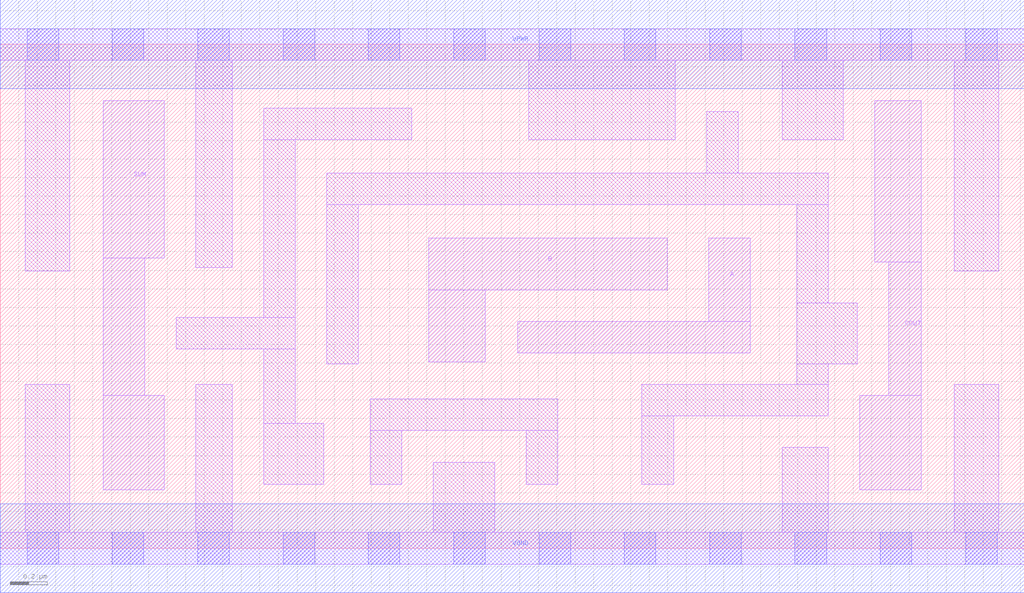
<source format=lef>
# Copyright 2020 The SkyWater PDK Authors
#
# Licensed under the Apache License, Version 2.0 (the "License");
# you may not use this file except in compliance with the License.
# You may obtain a copy of the License at
#
#     https://www.apache.org/licenses/LICENSE-2.0
#
# Unless required by applicable law or agreed to in writing, software
# distributed under the License is distributed on an "AS IS" BASIS,
# WITHOUT WARRANTIES OR CONDITIONS OF ANY KIND, either express or implied.
# See the License for the specific language governing permissions and
# limitations under the License.
#
# SPDX-License-Identifier: Apache-2.0

VERSION 5.7 ;
  NAMESCASESENSITIVE ON ;
  NOWIREEXTENSIONATPIN ON ;
  DIVIDERCHAR "/" ;
  BUSBITCHARS "[]" ;
UNITS
  DATABASE MICRONS 200 ;
END UNITS
MACRO sky130_fd_sc_hd__ha_2
  CLASS CORE ;
  SOURCE USER ;
  FOREIGN sky130_fd_sc_hd__ha_2 ;
  ORIGIN  0.000000  0.000000 ;
  SIZE  5.520000 BY  2.720000 ;
  SYMMETRY X Y R90 ;
  SITE unithd ;
  PIN A
    ANTENNAGATEAREA  0.318000 ;
    DIRECTION INPUT ;
    USE SIGNAL ;
    PORT
      LAYER li1 ;
        RECT 2.790000 1.055000 4.045000 1.225000 ;
        RECT 3.820000 1.225000 4.045000 1.675000 ;
    END
  END A
  PIN B
    ANTENNAGATEAREA  0.318000 ;
    DIRECTION INPUT ;
    USE SIGNAL ;
    PORT
      LAYER li1 ;
        RECT 2.310000 1.005000 2.615000 1.395000 ;
        RECT 2.310000 1.395000 3.595000 1.675000 ;
    END
  END B
  PIN COUT
    ANTENNADIFFAREA  0.511500 ;
    DIRECTION OUTPUT ;
    USE SIGNAL ;
    PORT
      LAYER li1 ;
        RECT 4.635000 0.315000 4.965000 0.825000 ;
        RECT 4.715000 1.545000 4.965000 2.415000 ;
        RECT 4.790000 0.825000 4.965000 1.545000 ;
    END
  END COUT
  PIN SUM
    ANTENNADIFFAREA  0.511500 ;
    DIRECTION OUTPUT ;
    USE SIGNAL ;
    PORT
      LAYER li1 ;
        RECT 0.555000 0.315000 0.885000 0.825000 ;
        RECT 0.555000 0.825000 0.780000 1.565000 ;
        RECT 0.555000 1.565000 0.885000 2.415000 ;
    END
  END SUM
  PIN VGND
    DIRECTION INOUT ;
    SHAPE ABUTMENT ;
    USE GROUND ;
    PORT
      LAYER met1 ;
        RECT 0.000000 -0.240000 5.520000 0.240000 ;
    END
  END VGND
  PIN VPWR
    DIRECTION INOUT ;
    SHAPE ABUTMENT ;
    USE POWER ;
    PORT
      LAYER met1 ;
        RECT 0.000000 2.480000 5.520000 2.960000 ;
    END
  END VPWR
  OBS
    LAYER li1 ;
      RECT 0.000000 -0.085000 5.520000 0.085000 ;
      RECT 0.000000  2.635000 5.520000 2.805000 ;
      RECT 0.135000  0.085000 0.375000 0.885000 ;
      RECT 0.135000  1.495000 0.375000 2.635000 ;
      RECT 0.950000  1.075000 1.590000 1.245000 ;
      RECT 1.055000  0.085000 1.250000 0.885000 ;
      RECT 1.055000  1.515000 1.250000 2.635000 ;
      RECT 1.420000  0.345000 1.745000 0.675000 ;
      RECT 1.420000  0.675000 1.590000 1.075000 ;
      RECT 1.420000  1.245000 1.590000 2.205000 ;
      RECT 1.420000  2.205000 2.220000 2.375000 ;
      RECT 1.760000  0.995000 1.930000 1.855000 ;
      RECT 1.760000  1.855000 4.465000 2.025000 ;
      RECT 1.995000  0.345000 2.165000 0.635000 ;
      RECT 1.995000  0.635000 3.005000 0.805000 ;
      RECT 2.335000  0.085000 2.665000 0.465000 ;
      RECT 2.835000  0.345000 3.005000 0.635000 ;
      RECT 2.850000  2.205000 3.640000 2.635000 ;
      RECT 3.460000  0.345000 3.630000 0.715000 ;
      RECT 3.460000  0.715000 4.465000 0.885000 ;
      RECT 3.810000  2.025000 3.980000 2.355000 ;
      RECT 4.215000  0.085000 4.465000 0.545000 ;
      RECT 4.215000  2.205000 4.545000 2.635000 ;
      RECT 4.295000  0.885000 4.465000 0.995000 ;
      RECT 4.295000  0.995000 4.620000 1.325000 ;
      RECT 4.295000  1.325000 4.465000 1.855000 ;
      RECT 5.145000  0.085000 5.385000 0.885000 ;
      RECT 5.145000  1.495000 5.385000 2.635000 ;
    LAYER mcon ;
      RECT 0.145000 -0.085000 0.315000 0.085000 ;
      RECT 0.145000  2.635000 0.315000 2.805000 ;
      RECT 0.605000 -0.085000 0.775000 0.085000 ;
      RECT 0.605000  2.635000 0.775000 2.805000 ;
      RECT 1.065000 -0.085000 1.235000 0.085000 ;
      RECT 1.065000  2.635000 1.235000 2.805000 ;
      RECT 1.525000 -0.085000 1.695000 0.085000 ;
      RECT 1.525000  2.635000 1.695000 2.805000 ;
      RECT 1.985000 -0.085000 2.155000 0.085000 ;
      RECT 1.985000  2.635000 2.155000 2.805000 ;
      RECT 2.445000 -0.085000 2.615000 0.085000 ;
      RECT 2.445000  2.635000 2.615000 2.805000 ;
      RECT 2.905000 -0.085000 3.075000 0.085000 ;
      RECT 2.905000  2.635000 3.075000 2.805000 ;
      RECT 3.365000 -0.085000 3.535000 0.085000 ;
      RECT 3.365000  2.635000 3.535000 2.805000 ;
      RECT 3.825000 -0.085000 3.995000 0.085000 ;
      RECT 3.825000  2.635000 3.995000 2.805000 ;
      RECT 4.285000 -0.085000 4.455000 0.085000 ;
      RECT 4.285000  2.635000 4.455000 2.805000 ;
      RECT 4.745000 -0.085000 4.915000 0.085000 ;
      RECT 4.745000  2.635000 4.915000 2.805000 ;
      RECT 5.205000 -0.085000 5.375000 0.085000 ;
      RECT 5.205000  2.635000 5.375000 2.805000 ;
  END
END sky130_fd_sc_hd__ha_2
END LIBRARY

</source>
